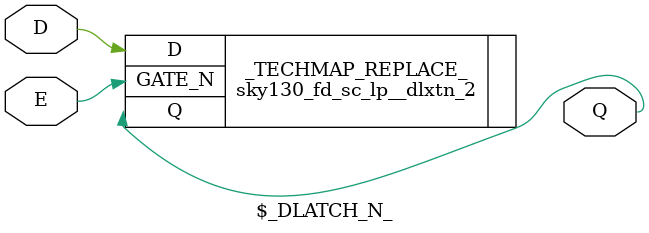
<source format=v>
module \$_DLATCH_P_ (E, D, Q);
  input E, D;
  output Q;
  sky130_fd_sc_lp__dlxtp_2 _TECHMAP_REPLACE_ (
    .D(D),
    .GATE(E),
    .Q(Q)
  );
endmodule

module \$_DLATCH_N_ (E, D, Q);
  input E, D;
  output Q;
  sky130_fd_sc_lp__dlxtn_2 _TECHMAP_REPLACE_ (
    .D(D),
    .GATE_N(E),
    .Q(Q)
  );
endmodule
</source>
